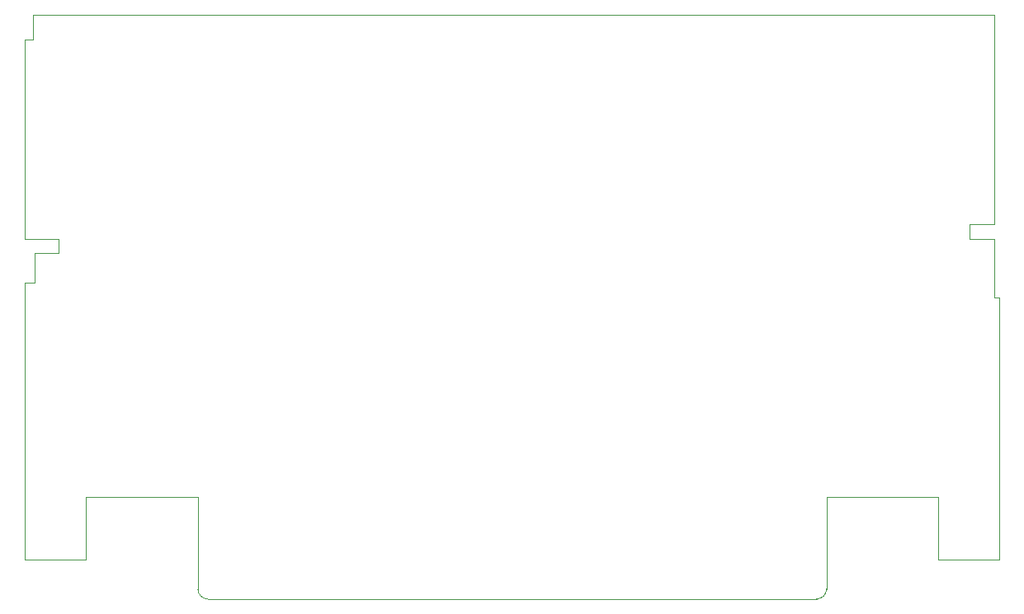
<source format=gm1>
G04 #@! TF.GenerationSoftware,KiCad,Pcbnew,(5.1.9-0-10_14)*
G04 #@! TF.CreationDate,2021-01-29T21:37:42-08:00*
G04 #@! TF.ProjectId,cart-ecp5,63617274-2d65-4637-9035-2e6b69636164,rev?*
G04 #@! TF.SameCoordinates,Original*
G04 #@! TF.FileFunction,Profile,NP*
%FSLAX46Y46*%
G04 Gerber Fmt 4.6, Leading zero omitted, Abs format (unit mm)*
G04 Created by KiCad (PCBNEW (5.1.9-0-10_14)) date 2021-01-29 21:37:42*
%MOMM*%
%LPD*%
G01*
G04 APERTURE LIST*
G04 #@! TA.AperFunction,Profile*
%ADD10C,0.100000*%
G04 #@! TD*
G04 APERTURE END LIST*
D10*
X182250000Y-133000000D02*
G75*
G02*
X181250000Y-134000000I-1000000J0D01*
G01*
X117750000Y-133000000D02*
G75*
G03*
X118750000Y-134000000I1000000J0D01*
G01*
X193750000Y-123500000D02*
X193750000Y-130000000D01*
X100800000Y-76500000D02*
X100800000Y-74000000D01*
X100000000Y-76500000D02*
X100800000Y-76500000D01*
X199500000Y-74000000D02*
X199500000Y-95500000D01*
X199500000Y-95500000D02*
X196900000Y-95500000D01*
X199500000Y-97000000D02*
X196900000Y-97000000D01*
X196900000Y-97000000D02*
X196900000Y-95500000D01*
X199500000Y-97000000D02*
X199500000Y-103000000D01*
X100800000Y-74000000D02*
X199500000Y-74000000D01*
X100000000Y-97000000D02*
X100000000Y-76500000D01*
X103500000Y-97000000D02*
X100000000Y-97000000D01*
X103500000Y-98500000D02*
X103500000Y-97000000D01*
X101000000Y-98500000D02*
X103500000Y-98500000D01*
X101000000Y-101500000D02*
X101000000Y-98500000D01*
X100000000Y-101500000D02*
X101000000Y-101500000D01*
X200000000Y-103000000D02*
X199500000Y-103000000D01*
X200000000Y-130000000D02*
X200000000Y-103000000D01*
X200000000Y-130000000D02*
X193750000Y-130000000D01*
X193750000Y-123500000D02*
X182250000Y-123500000D01*
X182250000Y-133000000D02*
X182250000Y-123500000D01*
X100000000Y-130000000D02*
X100000000Y-101500000D01*
X106250000Y-130000000D02*
X100000000Y-130000000D01*
X106250000Y-123500000D02*
X106250000Y-130000000D01*
X117750000Y-123500000D02*
X106250000Y-123500000D01*
X117750000Y-133000000D02*
X117750000Y-123500000D01*
X181250000Y-134000000D02*
X118750000Y-134000000D01*
M02*

</source>
